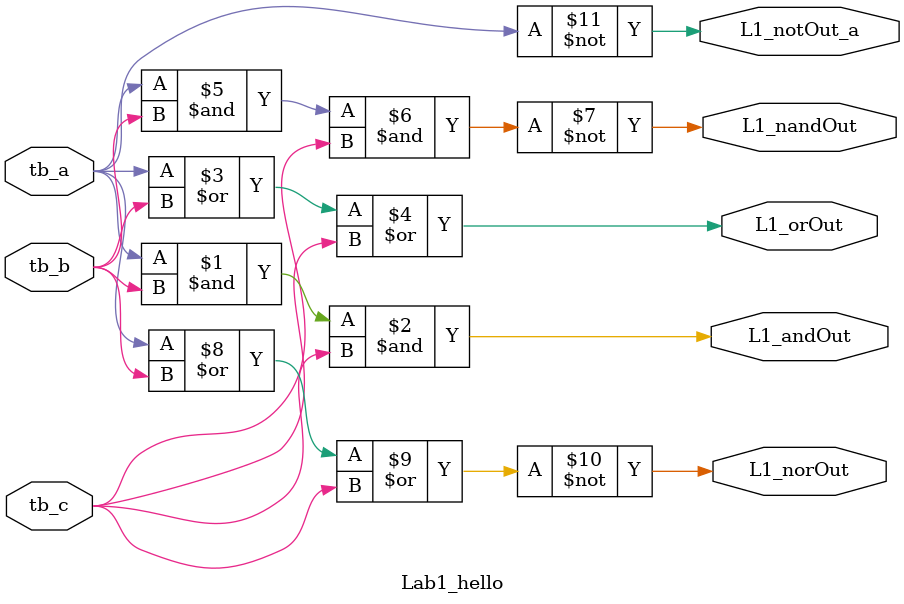
<source format=v>

module Lab1_hello(input tb_a, input tb_b, input tb_c, output L1_andOut, output L1_orOut, output L1_nandOut, output L1_norOut, output L1_notOut_a);

   //Example boolean operation
   assign L1_andOut = tb_a & tb_b & tb_c; // AND logic gate
	assign L1_orOut = tb_a | tb_b | tb_c;	// OR logic gate
	assign L1_nandOut = ~(tb_a & tb_b & tb_c); // NAND logic gate
	assign L1_norOut = ~(tb_a | tb_b | tb_c); // NOR logic gate
	assign L1_notOut_a = ~tb_a; //NOT logic gate


endmodule

</source>
